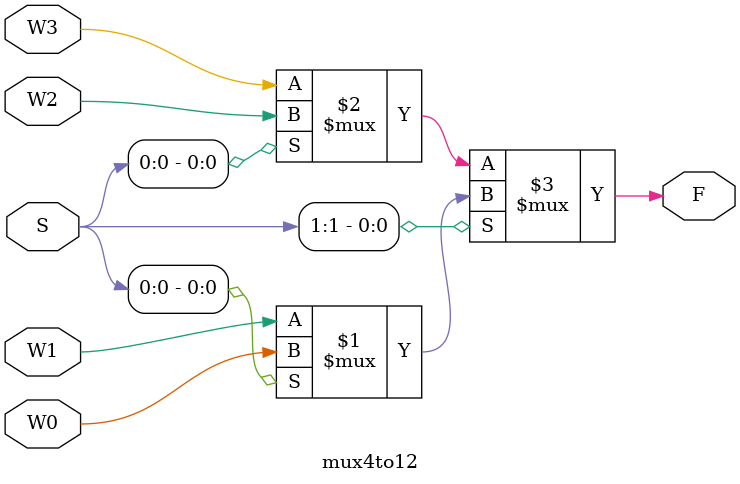
<source format=v>
module mux4to12(W0, W1, W2, W3, S, F);
	input W0, W1, W2, W3;
	input [1:0] S;
	output F;
	
	assign F = S[1] ? (S[0] ? W0 : W1) : (S[0] ? W2 : W3);
endmodule
</source>
